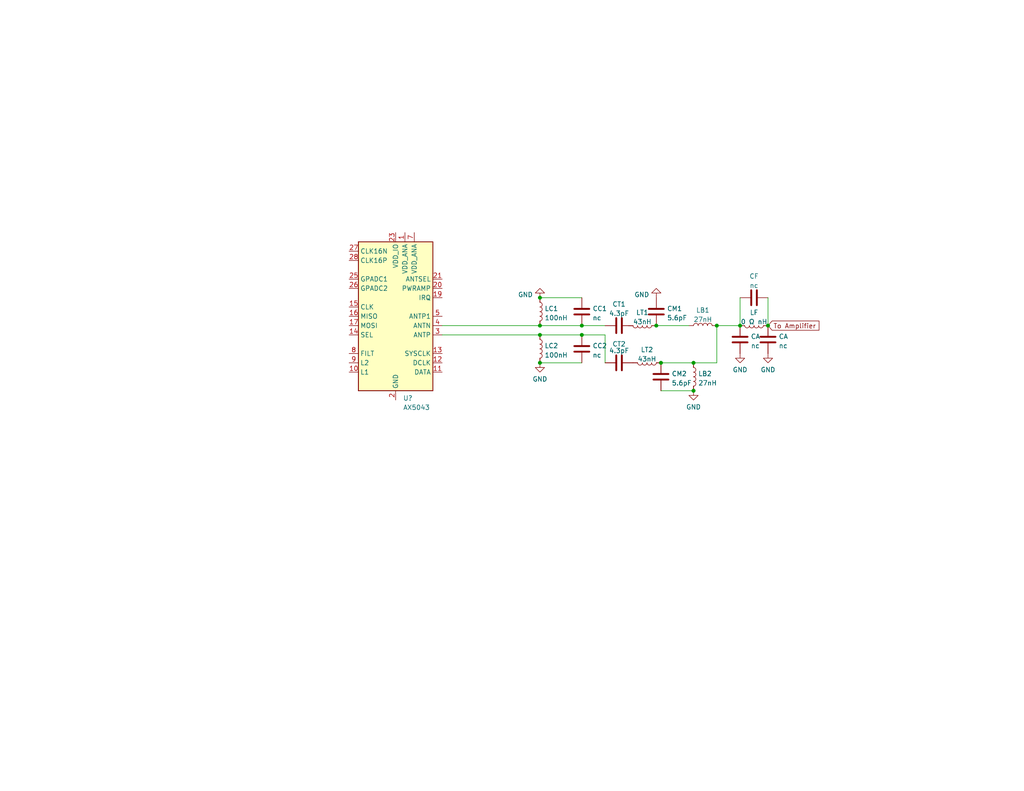
<source format=kicad_sch>
(kicad_sch (version 20211123) (generator eeschema)
  (paper "USLetter")
  (title_block (title "SilverSat Radio Module (AX5043 Board)") (company "SilverSat Limited") (comment 1 "(https://www.mouser.com/datasheet/2/308/AX5043_D-2309932.pdf)") (comment 2 "Antenna Output Circuit: AX5043 data pg. 34 "))
  (lib_symbols
    (symbol "Device:C" (pin_numbers hide) (pin_names (offset 0.254))
      (property "Reference" "C" (at 0.635 2.54 0))
      (property "Value" "C" (at 0.635 -2.54 0))
      (symbol "C_0_1"
        (polyline (pts (xy -2.032 -0.762) (xy 2.032 -0.762)) (stroke (width 0.508)))
        (polyline (pts (xy -2.032 0.762) (xy 2.032 0.762)) (stroke (width 0.508)))
      )
      (symbol "C_1_1"
        (pin passive line (at 0 3.81 270) (length 2.794) (name "~") (number "1"))
        (pin passive line (at 0 -3.81 90) (length 2.794) (name "~") (number "2"))
      )
    )
    (symbol "Device:L" (pin_numbers hide) (pin_names (offset 1.016) hide)
      (property "Reference" "L" (at -1.27 0 90))
      (property "Value" "L" (at 1.905 0 90))
      (symbol "L_0_1"
        (arc (start 0 -2.54) (mid 0.635 -1.905) (end 0 -1.27))
        (arc (start 0 -1.27) (mid 0.635 -0.635) (end 0 0))
        (arc (start 0 0) (mid 0.635 0.635) (end 0 1.27))
        (arc (start 0 1.27) (mid 0.635 1.905) (end 0 2.54))
      )
      (symbol "L_1_1"
        (pin passive line (at 0 3.81 270) (length 1.27) (name "1") (number "1"))
        (pin passive line (at 0 -3.81 90) (length 1.27) (name "2") (number "2"))
      )
    )
    (symbol "RF:AX5043"
      (property "Reference" "U" (at -8.89 21.59 0))
      (property "Value" "AX5043" (at 8.89 21.59 0))
      (symbol "AX5043_1_0"
        (rectangle (start -10.16 -20.32) (end 10.16 20.32) (stroke (width 0.254)) (fill (type background)))
      )
      (symbol "AX5043_1_1"
        (pin power_out line (at 2.54 22.86 270) (length 2.54) (name "VDD_ANA") (number "1"))
        (pin passive line (at -12.7 -15.24 0) (length 2.54) (name "L1") (number "10"))
        (pin bidirectional line (at 12.7 -15.24 180) (length 2.54) (name "DATA") (number "11"))
        (pin bidirectional line (at 12.7 -12.7 180) (length 2.54) (name "DCLK") (number "12"))
        (pin bidirectional line (at 12.7 -10.16 180) (length 2.54) (name "SYSCLK") (number "13"))
        (pin input line (at -12.7 -5.08 0) (length 2.54) (name "SEL") (number "14"))
        (pin input line (at -12.7 2.54 0) (length 2.54) (name "CLK") (number "15"))
        (pin output line (at -12.7 0 0) (length 2.54) (name "MISO") (number "16"))
        (pin input line (at -12.7 -2.54 0) (length 2.54) (name "MOSI") (number "17"))
        (pin no_connect line (at -2.54 -20.32 90) (length 2.54) hide (name "NC") (number "18"))
        (pin output line (at 12.7 5.08 180) (length 2.54) (name "IRQ") (number "19"))
        (pin power_in line (at 0 -22.86 90) (length 2.54) (name "GND") (number "2"))
        (pin bidirectional line (at 12.7 7.62 180) (length 2.54) (name "PWRAMP") (number "20"))
        (pin bidirectional line (at 12.7 10.16 180) (length 2.54) (name "ANTSEL") (number "21"))
        (pin no_connect line (at 2.54 -20.32 90) (length 2.54) hide (name "NC") (number "22"))
        (pin power_in line (at 0 22.86 270) (length 2.54) (name "VDD_IO") (number "23"))
        (pin no_connect line (at -5.08 -20.32 90) (length 2.54) hide (name "NC") (number "24"))
        (pin input line (at -12.7 10.16 0) (length 2.54) (name "GPADC1") (number "25"))
        (pin input line (at -12.7 7.62 0) (length 2.54) (name "GPADC2") (number "26"))
        (pin input line (at -12.7 17.78 0) (length 2.54) (name "CLK16N") (number "27"))
        (pin input line (at -12.7 15.24 0) (length 2.54) (name "CLK16P") (number "28"))
        (pin passive line (at 0 -22.86 90) (length 2.54) hide (name "GND") (number "29"))
        (pin bidirectional line (at 12.7 -5.08 180) (length 2.54) (name "ANTP") (number "3"))
        (pin bidirectional line (at 12.7 -2.54 180) (length 2.54) (name "ANTN") (number "4"))
        (pin output line (at 12.7 0 180) (length 2.54) (name "ANTP1") (number "5"))
        (pin passive line (at 0 -22.86 90) (length 2.54) hide (name "GND") (number "6"))
        (pin power_out line (at 5.08 22.86 270) (length 2.54) (name "VDD_ANA") (number "7"))
        (pin input line (at -12.7 -10.16 0) (length 2.54) (name "FILT") (number "8"))
        (pin passive line (at -12.7 -12.7 0) (length 2.54) (name "L2") (number "9"))
      )
    )
    (symbol "power:GND" (power) (pin_names (offset 0))
      (property "Value" "GND" (at 0 -3.81 0))
      (symbol "GND_0_1"
        (polyline (pts (xy 0 0) (xy 0 -1.27) (xy 1.27 -1.27) (xy 0 -2.54) (xy -1.27 -1.27) (xy 0 -1.27)))
      )
      (symbol "GND_1_1"
        (pin power_in line (at 0 0 270) (length 0) hide (name "GND") (number "1"))
      )
    )
  )
  (junction (at 195.58 88.9))
  (junction (at 180.34 99.06))
  (junction (at 147.32 81.28))
  (junction (at 209.55 88.9))
  (junction (at 147.32 99.06))
  (junction (at 158.75 91.44))
  (junction (at 158.75 88.9))
  (junction (at 201.93 88.9))
  (junction (at 189.23 99.06))
  (junction (at 179.07 88.9))
  (junction (at 189.23 106.68))
  (junction (at 147.32 91.44))
  (junction (at 147.32 88.9))
  (wire (pts (xy 195.58 99.06) (xy 189.23 99.06)))
  (wire (pts (xy 195.58 88.9) (xy 201.93 88.9)))
  (wire (pts (xy 180.34 106.68) (xy 189.23 106.68)))
  (wire (pts (xy 209.55 81.28) (xy 209.55 88.9)))
  (wire (pts (xy 158.75 91.44) (xy 165.1 91.44)))
  (wire (pts (xy 120.65 91.44) (xy 147.32 91.44)))
  (wire (pts (xy 147.32 91.44) (xy 158.75 91.44)))
  (wire (pts (xy 165.1 91.44) (xy 165.1 99.06)))
  (wire (pts (xy 147.32 81.28) (xy 158.75 81.28)))
  (wire (pts (xy 180.34 99.06) (xy 189.23 99.06)))
  (wire (pts (xy 120.65 88.9) (xy 147.32 88.9)))
  (wire (pts (xy 179.07 88.9) (xy 187.96 88.9)))
  (wire (pts (xy 147.32 99.06) (xy 158.75 99.06)))
  (wire (pts (xy 147.32 88.9) (xy 158.75 88.9)))
  (wire (pts (xy 158.75 88.9) (xy 165.1 88.9)))
  (wire (pts (xy 201.93 81.28) (xy 201.93 88.9)))
  (wire (pts (xy 195.58 88.9) (xy 195.58 99.06)))
  (global_label "To Amplifier" (shape input) (at 209.55 88.9 0) (property "Intersheet References" "${INTERSHEET_REFS}" (effects hide)))
  (symbol (lib_id "power:GND") (at 189.23 106.68 0) (unit 1)
    (property "Reference" "#PWR?" (effects hide))
    (property "Value" "GND" (at 189.23 111.1234 0))
  )
  (symbol (lib_id "RF:AX5043") (at 107.95 86.36 0) (unit 1)
    (property "Reference" "U?" (at 109.9694 108.7104 0) (effects (justify left)))
    (property "Value" "AX5043" (at 109.9694 111.2473 0) (effects (justify left)))
    (property "Footprint" "Package_DFN_QFN:QFN-28-1EP_5x5mm_P0.5mm_EP3.35x3.35mm" (effects hide))
    (property "Datasheet" "https://www.onsemi.com/pub/Collateral/AX5043-D.PDF" (effects hide))
  )
  (symbol (lib_id "power:GND") (at 147.32 99.06 0) (unit 1)
    (property "Reference" "#PWR?" (effects hide))
    (property "Value" "GND" (at 147.32 103.5034 0))
  )
  (symbol (lib_id "power:GND") (at 147.32 81.28 0) (mirror x) (unit 1)
    (property "Reference" "#PWR?" (effects hide))
    (property "Value" "GND" (at 145.4151 80.4438 0) (effects (justify right)))
  )
  (symbol (lib_id "Device:L") (at 205.74 88.9 270) (unit 1)
    (property "Reference" "LF" (at 205.74 85.3272 90))
    (property "Value" "0 Ω nH" (at 205.74 87.8641 90))
  )
  (symbol (lib_id "Device:C") (at 168.91 88.9 90) (unit 1)
    (property "Reference" "CT1" (at 168.91 83.0412 90))
    (property "Value" "4.3pF" (at 168.91 85.5781 90))
  )
  (symbol (lib_id "power:GND") (at 209.55 96.52 0) (unit 1)
    (property "Reference" "#PWR?" (effects hide))
    (property "Value" "GND" (at 209.55 100.9634 0))
  )
  (symbol (lib_id "Device:C") (at 205.74 81.28 90) (unit 1)
    (property "Reference" "CF" (at 205.74 75.4212 90))
    (property "Value" "nc" (at 205.74 77.9581 90))
  )
  (symbol (lib_id "Device:L") (at 175.26 88.9 90) (mirror x) (unit 1)
    (property "Reference" "LT1" (at 175.26 85.3272 90))
    (property "Value" "43nH" (at 175.26 87.8641 90))
  )
  (symbol (lib_id "power:GND") (at 201.93 96.52 0) (unit 1)
    (property "Reference" "#PWR?" (effects hide))
    (property "Value" "GND" (at 201.93 100.9634 0))
  )
  (symbol (lib_id "Device:L") (at 147.32 95.25 0) (unit 1)
    (property "Reference" "LC2" (at 148.59 94.4153 0) (effects (justify left)))
    (property "Value" "100nH" (at 148.59 96.9522 0) (effects (justify left)))
  )
  (symbol (lib_id "Device:L") (at 189.23 102.87 0) (unit 1)
    (property "Reference" "LB2" (at 190.5 102.0353 0) (effects (justify left)))
    (property "Value" "27nH" (at 190.5 104.5722 0) (effects (justify left)))
  )
  (symbol (lib_id "Device:C") (at 179.07 85.09 0) (unit 1)
    (property "Reference" "CM1" (at 181.991 84.2553 0) (effects (justify left)))
    (property "Value" "5.6pF" (at 181.991 86.7922 0) (effects (justify left)))
  )
  (symbol (lib_id "Device:L") (at 191.77 88.9 90) (unit 1)
    (property "Reference" "LB1" (at 191.77 84.6922 90))
    (property "Value" "27nH" (at 191.77 87.2291 90))
  )
  (symbol (lib_id "power:GND") (at 179.07 81.28 0) (mirror x) (unit 1)
    (property "Reference" "#PWR?" (effects hide))
    (property "Value" "GND" (at 177.1651 80.4438 0) (effects (justify right)))
  )
  (symbol (lib_id "Device:C") (at 180.34 102.87 0) (unit 1)
    (property "Reference" "CM2" (at 183.261 102.0353 0) (effects (justify left)))
    (property "Value" "5.6pF" (at 183.261 104.5722 0) (effects (justify left)))
  )
  (symbol (lib_id "Device:L") (at 176.53 99.06 90) (mirror x) (unit 1)
    (property "Reference" "LT2" (at 176.53 95.4872 90))
    (property "Value" "43nH" (at 176.53 98.0241 90))
  )
  (symbol (lib_id "Device:C") (at 158.75 85.09 0) (unit 1)
    (property "Reference" "CC1" (at 161.671 84.2553 0) (effects (justify left)))
    (property "Value" "nc" (at 161.671 86.7922 0) (effects (justify left)))
  )
  (symbol (lib_id "Device:C") (at 168.91 99.06 270) (mirror x) (unit 1)
    (property "Reference" "CT2" (at 168.91 93.2012 90) (effects (justify bottom)))
    (property "Value" "4.3pF" (at 168.91 95.7381 90))
  )
  (symbol (lib_id "Device:L") (at 147.32 85.09 0) (unit 1)
    (property "Reference" "LC1" (at 148.59 84.2553 0) (effects (justify left)))
    (property "Value" "100nH" (at 148.59 86.7922 0) (effects (justify left)))
  )
  (symbol (lib_id "Device:C") (at 201.93 92.71 0) (unit 1)
    (property "Reference" "CA" (at 204.851 91.8753 0) (effects (justify left)))
    (property "Value" "nc" (at 204.851 94.4122 0) (effects (justify left)))
  )
  (symbol (lib_id "Device:C") (at 209.55 92.71 0) (unit 1)
    (property "Reference" "CA" (at 212.471 91.8753 0) (effects (justify left)))
    (property "Value" "nc" (at 212.471 94.4122 0) (effects (justify left)))
  )
  (symbol (lib_id "Device:C") (at 158.75 95.25 0) (unit 1)
    (property "Reference" "CC2" (at 161.671 94.4153 0) (effects (justify left)))
    (property "Value" "nc" (at 161.671 96.9522 0) (effects (justify left)))
  )
)
</source>
